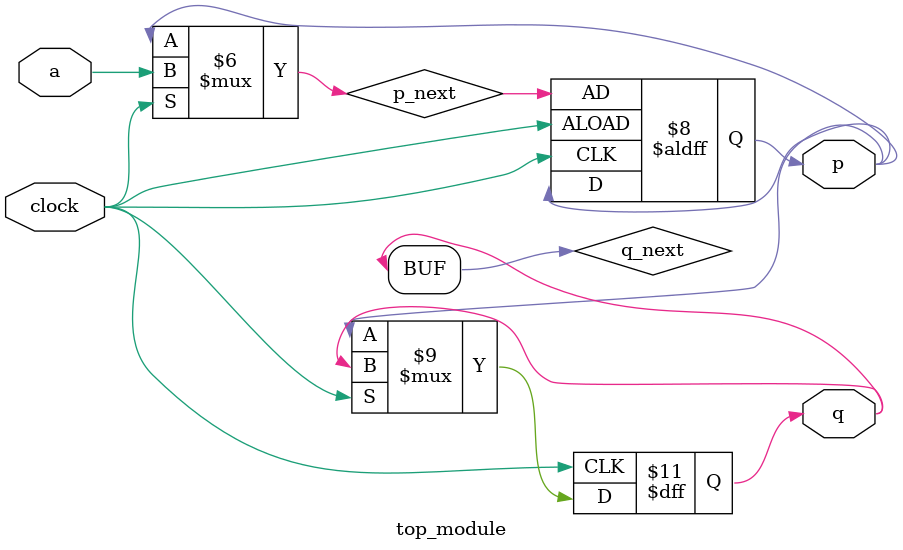
<source format=sv>
module top_module (
    input clock,
    input a,
    output reg p,
    output reg q
);

    reg p_next, q_next;

    always @(*) begin
        p_next = p;
        q_next = q;
        if (clock == 1'b1) begin
            p_next = a;
            // q maintains its value till next clock falling edge
        end
    end

    always @(posedge clock or negedge clock) begin
        if (~clock) begin // Falling edge
            q <= p;
        end else begin // Rising edge
            p <= p_next;
        end
    end
endmodule

</source>
